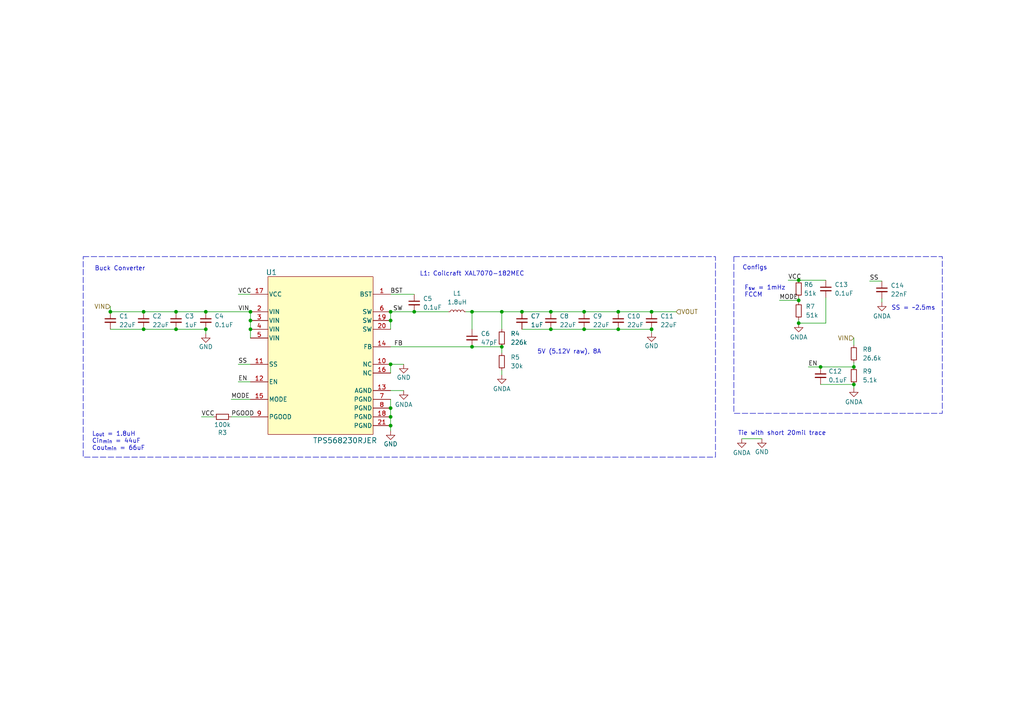
<source format=kicad_sch>
(kicad_sch (version 20230819) (generator eeschema)
  (paper "A4")
  (title_block (title "Power Board") (date "2023-11-27") (rev "V2.0") (company "MUREX Robotics [Max Liu]") (comment 1 "// INNOVATION IS OUR OBSESSION.") (comment 2 "// THINK DIFFERENT, THINK MUREX.") (comment 3 "module designed for ROV applications and other 12V/5V/3.3V DC systems.") (comment 4 "The MUREX Power Board is the world's smallest open-source dual output, high power"))
  (lib_symbols
    (symbol "Device:C_Small" (pin_numbers hide) (pin_names (offset 0.254) hide)
      (property "Reference" "C" (at 0.254 1.778 0))
      (property "Value" "C_Small" (at 0.254 -2.032 0))
      (symbol "C_Small_0_1"
        (polyline (pts (xy -1.524 -0.508) (xy 1.524 -0.508)) (stroke (width 0.3302)))
        (polyline (pts (xy -1.524 0.508) (xy 1.524 0.508)) (stroke (width 0.3048)))
      )
      (symbol "C_Small_1_1"
        (pin passive line (at 0 2.54 270) (length 2.032) (name "~") (number "1"))
        (pin passive line (at 0 -2.54 90) (length 2.032) (name "~") (number "2"))
      )
    )
    (symbol "Device:L_Small" (pin_numbers hide) (pin_names (offset 0.254) hide)
      (property "Reference" "L" (at 0.762 1.016 0))
      (property "Value" "L_Small" (at 0.762 -1.016 0))
      (symbol "L_Small_0_1"
        (arc (start 0 -2.032) (mid 0.5058 -1.524) (end 0 -1.016))
        (arc (start 0 -1.016) (mid 0.5058 -0.508) (end 0 0))
        (arc (start 0 0) (mid 0.5058 0.508) (end 0 1.016))
        (arc (start 0 1.016) (mid 0.5058 1.524) (end 0 2.032))
      )
      (symbol "L_Small_1_1"
        (pin passive line (at 0 2.54 270) (length 0.508) (name "~") (number "1"))
        (pin passive line (at 0 -2.54 90) (length 0.508) (name "~") (number "2"))
      )
    )
    (symbol "Device:R_Small" (pin_numbers hide) (pin_names (offset 0.254) hide)
      (property "Reference" "R" (at 0.762 0.508 0))
      (property "Value" "R_Small" (at 0.762 -1.016 0))
      (symbol "R_Small_0_1"
        (rectangle (start -0.762 1.778) (end 0.762 -1.778) (stroke (width 0.2032)))
      )
      (symbol "R_Small_1_1"
        (pin passive line (at 0 2.54 270) (length 0.762) (name "~") (number "1"))
        (pin passive line (at 0 -2.54 90) (length 0.762) (name "~") (number "2"))
      )
    )
    (symbol "power:GND" (power) (pin_names (offset 0))
      (property "Value" "GND" (at 0 -3.81 0))
      (symbol "GND_0_1"
        (polyline (pts (xy 0 0) (xy 0 -1.27) (xy 1.27 -1.27) (xy 0 -2.54) (xy -1.27 -1.27) (xy 0 -1.27)))
      )
      (symbol "GND_1_1"
        (pin power_in line (at 0 0 270) (length 0) hide (name "GND") (number "1"))
      )
    )
    (symbol "power:GNDA" (power) (pin_names (offset 0))
      (property "Value" "GNDA" (at 0 -3.81 0))
      (symbol "GNDA_0_1"
        (polyline (pts (xy 0 0) (xy 0 -1.27) (xy 1.27 -1.27) (xy 0 -2.54) (xy -1.27 -1.27) (xy 0 -1.27)))
      )
      (symbol "GNDA_1_1"
        (pin power_in line (at 0 0 270) (length 0) hide (name "GNDA") (number "1"))
      )
    )
    (symbol "tps568230:TPS568230RJER" (pin_names (offset 0.254))
      (property "Reference" "U" (at -14.732 24.13 0))
      (property "Value" "TPS568230RJER" (at 7.112 -24.892 0))
      (symbol "TPS568230RJER_0_1"
        (pin power_in line (at 20.32 17.78 180) (length 5.08) (name "BST") (number "1"))
        (pin unspecified line (at 20.32 -2.54 180) (length 5.08) (name "NC") (number "10"))
        (pin input line (at -20.32 -2.54 0) (length 5.08) (name "SS") (number "11"))
        (pin input line (at -20.32 -7.62 0) (length 5.08) (name "EN") (number "12"))
        (pin power_in line (at 20.32 -10.16 180) (length 5.08) (name "AGND") (number "13"))
        (pin input line (at 20.32 2.54 180) (length 5.08) (name "FB") (number "14"))
        (pin input line (at -20.32 -12.7 0) (length 5.08) (name "MODE") (number "15"))
        (pin unspecified line (at 20.32 -5.08 180) (length 5.08) (name "NC") (number "16"))
        (pin power_in line (at -20.32 17.78 0) (length 5.08) (name "VCC") (number "17"))
        (pin power_in line (at 20.32 -17.78 180) (length 5.08) (name "PGND") (number "18"))
        (pin power_in line (at 20.32 10.16 180) (length 5.08) (name "SW") (number "19"))
        (pin power_in line (at -20.32 12.7 0) (length 5.08) (name "VIN") (number "2"))
        (pin power_in line (at 20.32 7.62 180) (length 5.08) (name "SW") (number "20"))
        (pin power_in line (at 20.32 -20.32 180) (length 5.08) (name "PGND") (number "21"))
        (pin power_in line (at -20.32 10.16 0) (length 5.08) (name "VIN") (number "3"))
        (pin power_in line (at -20.32 7.62 0) (length 5.08) (name "VIN") (number "4"))
        (pin power_in line (at -20.32 5.08 0) (length 5.08) (name "VIN") (number "5"))
        (pin power_in line (at 20.32 12.7 180) (length 5.08) (name "SW") (number "6"))
        (pin power_in line (at 20.32 -12.7 180) (length 5.08) (name "PGND") (number "7"))
        (pin power_in line (at 20.32 -15.24 180) (length 5.08) (name "PGND") (number "8"))
        (pin open_collector line (at -20.32 -17.78 0) (length 5.08) (name "PGOOD") (number "9"))
      )
      (symbol "TPS568230RJER_1_1"
        (rectangle (start -15.24 22.86) (end 15.24 -22.86) (fill (type background)))
      )
    )
  )
  (junction (at 188.976 90.424))
  (junction (at 41.656 95.504))
  (junction (at 179.324 90.424))
  (junction (at 136.906 100.584))
  (junction (at 231.648 81.28))
  (junction (at 145.542 100.584))
  (junction (at 179.324 95.504))
  (junction (at 188.976 95.504))
  (junction (at 151.384 90.424))
  (junction (at 159.766 95.504))
  (junction (at 41.656 90.424))
  (junction (at 231.648 87.122))
  (junction (at 169.418 95.504))
  (junction (at 59.69 95.504))
  (junction (at 145.542 90.424))
  (junction (at 136.906 90.424))
  (junction (at 72.644 95.504))
  (junction (at 113.284 120.904))
  (junction (at 247.65 111.506))
  (junction (at 113.284 92.964))
  (junction (at 59.69 90.424))
  (junction (at 72.644 90.424))
  (junction (at 113.284 90.424))
  (junction (at 159.766 90.424))
  (junction (at 113.284 105.664))
  (junction (at 72.644 92.964))
  (junction (at 247.65 106.426))
  (junction (at 113.284 118.364))
  (junction (at 51.054 95.504))
  (junction (at 237.998 106.426))
  (junction (at 32.004 90.424))
  (junction (at 231.648 93.726))
  (junction (at 120.142 90.424))
  (junction (at 51.054 90.424))
  (junction (at 169.418 90.424))
  (junction (at 113.284 123.444))
  (wire (pts (xy 113.284 85.344) (xy 120.142 85.344)))
  (wire (pts (xy 113.284 90.424) (xy 120.142 90.424)))
  (wire (pts (xy 69.088 105.664) (xy 72.644 105.664)))
  (wire (pts (xy 247.65 105.156) (xy 247.65 106.426)))
  (wire (pts (xy 188.976 90.424) (xy 196.088 90.424)))
  (wire (pts (xy 237.998 106.426) (xy 247.65 106.426)))
  (wire (pts (xy 231.648 81.28) (xy 239.522 81.28)))
  (wire (pts (xy 113.284 92.964) (xy 113.284 95.504)))
  (wire (pts (xy 151.384 90.424) (xy 159.766 90.424)))
  (wire (pts (xy 113.284 123.444) (xy 113.284 124.968)))
  (wire (pts (xy 231.648 87.122) (xy 231.648 87.63)))
  (wire (pts (xy 72.644 95.504) (xy 72.644 98.044)))
  (wire (pts (xy 226.06 87.122) (xy 231.648 87.122)))
  (wire (pts (xy 145.542 90.424) (xy 151.384 90.424)))
  (wire (pts (xy 247.65 111.506) (xy 247.65 112.522)))
  (wire (pts (xy 113.284 118.364) (xy 113.284 120.904)))
  (wire (pts (xy 72.644 90.424) (xy 72.644 92.964)))
  (wire (pts (xy 231.648 86.36) (xy 231.648 87.122)))
  (wire (pts (xy 179.324 90.424) (xy 188.976 90.424)))
  (wire (pts (xy 59.69 90.424) (xy 72.644 90.424)))
  (wire (pts (xy 145.542 100.584) (xy 145.542 102.362)))
  (wire (pts (xy 255.778 86.614) (xy 255.778 87.63)))
  (wire (pts (xy 113.284 115.824) (xy 113.284 118.364)))
  (wire (pts (xy 69.088 110.744) (xy 72.644 110.744)))
  (wire (pts (xy 72.644 92.964) (xy 72.644 95.504)))
  (wire (pts (xy 41.656 90.424) (xy 51.054 90.424)))
  (wire (pts (xy 41.656 95.504) (xy 51.054 95.504)))
  (wire (pts (xy 67.056 120.904) (xy 72.644 120.904)))
  (wire (pts (xy 136.906 100.584) (xy 145.542 100.584)))
  (wire (pts (xy 228.6 81.28) (xy 231.648 81.28)))
  (wire (pts (xy 239.522 86.36) (xy 239.522 93.726)))
  (wire (pts (xy 135.128 90.424) (xy 136.906 90.424)))
  (wire (pts (xy 252.222 81.534) (xy 255.778 81.534)))
  (wire (pts (xy 113.284 100.584) (xy 136.906 100.584)))
  (wire (pts (xy 113.284 120.904) (xy 113.284 123.444)))
  (wire (pts (xy 234.442 106.426) (xy 237.998 106.426)))
  (wire (pts (xy 32.004 88.9) (xy 32.004 90.424)))
  (wire (pts (xy 145.542 90.424) (xy 145.542 95.504)))
  (wire (pts (xy 113.284 105.664) (xy 113.284 108.204)))
  (wire (pts (xy 169.418 95.504) (xy 179.324 95.504)))
  (wire (pts (xy 136.906 90.424) (xy 145.542 90.424)))
  (wire (pts (xy 247.65 98.044) (xy 247.65 100.076)))
  (wire (pts (xy 188.976 95.504) (xy 188.976 96.52)))
  (wire (pts (xy 169.418 90.424) (xy 179.324 90.424)))
  (wire (pts (xy 145.542 107.442) (xy 145.542 108.712)))
  (wire (pts (xy 51.054 90.424) (xy 59.69 90.424)))
  (wire (pts (xy 159.766 90.424) (xy 169.418 90.424)))
  (wire (pts (xy 215.138 127.254) (xy 220.98 127.254)))
  (wire (pts (xy 237.998 111.506) (xy 247.65 111.506)))
  (wire (pts (xy 59.69 95.504) (xy 59.69 96.774)))
  (wire (pts (xy 239.522 93.726) (xy 231.648 93.726)))
  (wire (pts (xy 113.284 105.664) (xy 117.094 105.664)))
  (wire (pts (xy 151.384 95.504) (xy 159.766 95.504)))
  (wire (pts (xy 32.004 95.504) (xy 41.656 95.504)))
  (wire (pts (xy 32.004 90.424) (xy 41.656 90.424)))
  (wire (pts (xy 231.648 92.71) (xy 231.648 93.726)))
  (wire (pts (xy 69.088 85.344) (xy 72.644 85.344)))
  (wire (pts (xy 179.324 95.504) (xy 188.976 95.504)))
  (wire (pts (xy 113.284 90.424) (xy 113.284 92.964)))
  (wire (pts (xy 51.054 95.504) (xy 59.69 95.504)))
  (wire (pts (xy 136.906 90.424) (xy 136.906 95.504)))
  (wire (pts (xy 159.766 95.504) (xy 169.418 95.504)))
  (wire (pts (xy 120.142 90.424) (xy 130.048 90.424)))
  (wire (pts (xy 67.056 115.824) (xy 72.644 115.824)))
  (wire (pts (xy 58.42 120.904) (xy 61.976 120.904)))
  (wire (pts (xy 113.284 113.284) (xy 117.094 113.284)))
  (rectangle (start 24.13 74.422) (end 207.518 132.588) (stroke (width 0) (type dash)))
  (rectangle (start 212.852 74.422) (end 273.304 119.888) (stroke (width 0) (type dash)))
  (text "Buck Converter" (at 34.798 77.978 0) (effects (font (size 1.27 1.27))))
  (text "SS = ~2.5ms" (at 264.922 89.408 0) (effects (font (size 1.27 1.27))))
  (text "Tie with short 20mil trace" (at 226.822 125.73 0) (effects (font (size 1.27 1.27))))
  (text "L_{out} = 1.8uH\nCin_{min} = 44uF\nCout_{min} = 66uF\n" (at 26.67 128.016 0) (effects (font (size 1.27 1.27)) (justify left)))
  (text "F_{sw} = 1mHz\nFCCM" (at 215.9 84.582 0) (effects (font (size 1.27 1.27)) (justify left)))
  (text "5V (5.12V raw), 8A\n" (at 165.1 102.108 0) (effects (font (size 1.27 1.27))))
  (text "Configs" (at 218.948 77.724 0) (effects (font (size 1.27 1.27))))
  (text "L1: Coilcraft XAL7070-182MEC" (at 136.906 79.502 0) (effects (font (size 1.27 1.27))))
  (label "VCC" (at 228.6 81.28 0))
  (label "EN" (at 69.088 110.744 0))
  (label "VCC" (at 58.42 120.904 0))
  (label "VIN" (at 69.088 90.424 0))
  (label "FB" (at 116.84 100.584 180))
  (label "PGOOD" (at 67.056 120.904 0))
  (label "SS" (at 69.088 105.664 0))
  (label "VCC" (at 69.088 85.344 0))
  (label "SW" (at 116.84 90.424 180))
  (label "EN" (at 234.442 106.426 0))
  (label "BST" (at 116.84 85.344 180))
  (label "MODE" (at 67.056 115.824 0))
  (label "SS" (at 252.222 81.534 0))
  (label "MODE" (at 226.06 87.122 0))
  (hierarchical_label "VOUT" (shape input) (at 196.088 90.424 0))
  (hierarchical_label "VIN" (shape input) (at 247.65 98.044 180))
  (hierarchical_label "VIN" (shape input) (at 32.004 88.9 180))
  (symbol (lib_id "power:GND") (at 188.976 96.52 0) (unit 1)
    (property "Reference" "#PWR012" (effects hide))
    (property "Value" "GND" (at 188.976 100.33 0))
    (property "Description" "Power symbol creates a global label with name \"GND\" , ground" (effects hide))
  )
  (symbol (lib_id "power:GND") (at 117.094 105.664 0) (unit 1)
    (property "Reference" "#PWR09" (effects hide))
    (property "Value" "GND" (at 117.094 109.474 0))
    (property "Description" "Power symbol creates a global label with name \"GND\" , ground" (effects hide))
  )
  (symbol (lib_id "Device:C_Small") (at 159.766 92.964 0) (unit 1)
    (property "Reference" "C8" (at 162.306 91.694 0) (effects (justify left)))
    (property "Value" "22uF" (at 162.306 94.234 0) (effects (justify left)))
    (property "Footprint" "Capacitor_SMD:C_0603_1608Metric" (effects hide))
    (property "Description" "Unpolarized capacitor, small symbol" (effects hide))
  )
  (symbol (lib_id "Device:C_Small") (at 169.418 92.964 0) (unit 1)
    (property "Reference" "C9" (at 171.958 91.694 0) (effects (justify left)))
    (property "Value" "22uF" (at 171.958 94.234 0) (effects (justify left)))
    (property "Footprint" "Capacitor_SMD:C_0603_1608Metric" (effects hide))
    (property "Description" "Unpolarized capacitor, small symbol" (effects hide))
  )
  (symbol (lib_id "power:GND") (at 59.69 96.774 0) (unit 1)
    (property "Reference" "#PWR07" (effects hide))
    (property "Value" "GND" (at 59.69 100.584 0))
    (property "Description" "Power symbol creates a global label with name \"GND\" , ground" (effects hide))
  )
  (symbol (lib_id "power:GNDA") (at 117.094 113.284 0) (unit 1)
    (property "Reference" "#PWR010" (effects hide))
    (property "Value" "GNDA" (at 117.094 117.348 0))
    (property "Description" "Power symbol creates a global label with name \"GNDA\" , analog ground" (effects hide))
  )
  (symbol (lib_id "Device:L_Small") (at 132.588 90.424 90) (unit 1)
    (property "Reference" "L1" (at 132.588 85.09 90))
    (property "Value" "1.8uH" (at 132.588 87.63 90))
    (property "Footprint" "Power:IND_XAL7070_COC-L" (effects hide))
    (property "Description" "Inductor, small symbol" (effects hide))
  )
  (symbol (lib_id "Device:C_Small") (at 51.054 92.964 0) (unit 1)
    (property "Reference" "C3" (at 53.594 91.694 0) (effects (justify left)))
    (property "Value" "1uF" (at 53.594 94.234 0) (effects (justify left)))
    (property "Footprint" "Capacitor_SMD:C_0603_1608Metric" (effects hide))
    (property "Description" "Unpolarized capacitor, small symbol" (effects hide))
  )
  (symbol (lib_id "Device:C_Small") (at 136.906 98.044 0) (unit 1)
    (property "Reference" "C6" (at 139.446 96.774 0) (effects (justify left)))
    (property "Value" "47pF" (at 139.446 99.314 0) (effects (justify left)))
    (property "Footprint" "Capacitor_SMD:C_0603_1608Metric" (effects hide))
    (property "Description" "Unpolarized capacitor, small symbol" (effects hide))
  )
  (symbol (lib_id "Device:C_Small") (at 59.69 92.964 0) (unit 1)
    (property "Reference" "C4" (at 62.23 91.694 0) (effects (justify left)))
    (property "Value" "0.1uF" (at 62.23 94.234 0) (effects (justify left)))
    (property "Footprint" "Capacitor_SMD:C_0603_1608Metric" (effects hide))
    (property "Description" "Unpolarized capacitor, small symbol" (effects hide))
  )
  (symbol (lib_id "Device:C_Small") (at 188.976 92.964 0) (unit 1)
    (property "Reference" "C11" (at 191.516 91.694 0) (effects (justify left)))
    (property "Value" "22uF" (at 191.516 94.234 0) (effects (justify left)))
    (property "Footprint" "Capacitor_SMD:C_0603_1608Metric" (effects hide))
    (property "Description" "Unpolarized capacitor, small symbol" (effects hide))
  )
  (symbol (lib_id "Device:R_Small") (at 231.648 83.82 0) (unit 1)
    (property "Reference" "R6" (at 233.172 82.55 0) (effects (justify left)))
    (property "Value" "51k" (at 233.172 85.09 0) (effects (justify left)))
    (property "Footprint" "Resistor_SMD:R_0603_1608Metric" (effects hide))
    (property "Description" "Resistor, small symbol" (effects hide))
  )
  (symbol (lib_id "Device:C_Small") (at 237.998 108.966 0) (unit 1)
    (property "Reference" "C12" (at 240.284 107.696 0) (effects (justify left)))
    (property "Value" "0.1uF" (at 240.284 110.236 0) (effects (justify left)))
    (property "Footprint" "Capacitor_SMD:C_0603_1608Metric" (effects hide))
    (property "Description" "Unpolarized capacitor, small symbol" (effects hide))
  )
  (symbol (lib_id "Device:R_Small") (at 247.65 102.616 0) (unit 1)
    (property "Reference" "R8" (at 250.19 101.346 0) (effects (justify left)))
    (property "Value" "26.6k" (at 250.19 103.886 0) (effects (justify left)))
    (property "Footprint" "Resistor_SMD:R_0603_1608Metric" (effects hide))
    (property "Description" "Resistor, small symbol" (effects hide))
  )
  (symbol (lib_id "Device:R_Small") (at 145.542 104.902 0) (unit 1)
    (property "Reference" "R5" (at 148.082 103.632 0) (effects (justify left)))
    (property "Value" "30k" (at 148.082 106.172 0) (effects (justify left)))
    (property "Footprint" "Resistor_SMD:R_0603_1608Metric" (effects hide))
    (property "Description" "Resistor, small symbol" (effects hide))
  )
  (symbol (lib_id "Device:R_Small") (at 145.542 98.044 0) (unit 1)
    (property "Reference" "R4" (at 148.082 96.774 0) (effects (justify left)))
    (property "Value" "226k" (at 148.082 99.314 0) (effects (justify left)))
    (property "Footprint" "Resistor_SMD:R_0603_1608Metric" (effects hide))
    (property "Description" "Resistor, small symbol" (effects hide))
  )
  (symbol (lib_id "power:GNDA") (at 247.65 112.522 0) (unit 1)
    (property "Reference" "#PWR016" (effects hide))
    (property "Value" "GNDA" (at 247.65 116.586 0))
    (property "Description" "Power symbol creates a global label with name \"GNDA\" , analog ground" (effects hide))
  )
  (symbol (lib_id "power:GNDA") (at 215.138 127.254 0) (unit 1)
    (property "Reference" "#PWR013" (effects hide))
    (property "Value" "GNDA" (at 215.138 131.318 0))
    (property "Description" "Power symbol creates a global label with name \"GNDA\" , analog ground" (effects hide))
  )
  (symbol (lib_id "power:GNDA") (at 255.778 87.63 0) (unit 1)
    (property "Reference" "#PWR017" (effects hide))
    (property "Value" "GNDA" (at 255.778 91.694 0))
    (property "Description" "Power symbol creates a global label with name \"GNDA\" , analog ground" (effects hide))
  )
  (symbol (lib_id "power:GND") (at 113.284 124.968 0) (unit 1)
    (property "Reference" "#PWR08" (effects hide))
    (property "Value" "GND" (at 113.284 128.778 0))
    (property "Description" "Power symbol creates a global label with name \"GND\" , ground" (effects hide))
  )
  (symbol (lib_id "Device:C_Small") (at 151.384 92.964 0) (unit 1)
    (property "Reference" "C7" (at 153.924 91.694 0) (effects (justify left)))
    (property "Value" "1uF" (at 153.924 94.234 0) (effects (justify left)))
    (property "Footprint" "Capacitor_SMD:C_0603_1608Metric" (effects hide))
    (property "Description" "Unpolarized capacitor, small symbol" (effects hide))
  )
  (symbol (lib_id "power:GND") (at 220.98 127.254 0) (unit 1)
    (property "Reference" "#PWR014" (effects hide))
    (property "Value" "GND" (at 220.98 131.064 0))
    (property "Description" "Power symbol creates a global label with name \"GND\" , ground" (effects hide))
  )
  (symbol (lib_id "Device:C_Small") (at 32.004 92.964 0) (unit 1)
    (property "Reference" "C1" (at 34.544 91.694 0) (effects (justify left)))
    (property "Value" "22uF" (at 34.544 94.234 0) (effects (justify left)))
    (property "Footprint" "Capacitor_SMD:C_0603_1608Metric" (effects hide))
    (property "Description" "Unpolarized capacitor, small symbol" (effects hide))
  )
  (symbol (lib_id "power:GNDA") (at 231.648 93.726 0) (unit 1)
    (property "Reference" "#PWR015" (effects hide))
    (property "Value" "GNDA" (at 231.648 97.79 0))
    (property "Description" "Power symbol creates a global label with name \"GNDA\" , analog ground" (effects hide))
  )
  (symbol (lib_id "power:GNDA") (at 145.542 108.712 0) (unit 1)
    (property "Reference" "#PWR011" (effects hide))
    (property "Value" "GNDA" (at 145.542 112.776 0))
    (property "Description" "Power symbol creates a global label with name \"GNDA\" , analog ground" (effects hide))
  )
  (symbol (lib_id "Device:C_Small") (at 255.778 84.074 0) (unit 1)
    (property "Reference" "C14" (at 258.318 82.804 0) (effects (justify left)))
    (property "Value" "22nF" (at 258.318 85.344 0) (effects (justify left)))
    (property "Footprint" "Capacitor_SMD:C_0603_1608Metric" (effects hide))
    (property "Description" "Unpolarized capacitor, small symbol" (effects hide))
  )
  (symbol (lib_id "Device:R_Small") (at 231.648 90.17 0) (unit 1)
    (property "Reference" "R7" (at 233.68 88.9 0) (effects (justify left)))
    (property "Value" "51k" (at 233.68 91.44 0) (effects (justify left)))
    (property "Footprint" "Resistor_SMD:R_0603_1608Metric" (effects hide))
    (property "Description" "Resistor, small symbol" (effects hide))
  )
  (symbol (lib_id "Device:C_Small") (at 120.142 87.884 0) (unit 1)
    (property "Reference" "C5" (at 122.682 86.614 0) (effects (justify left)))
    (property "Value" "0.1uF" (at 122.682 89.154 0) (effects (justify left)))
    (property "Footprint" "Capacitor_SMD:C_0603_1608Metric" (effects hide))
    (property "Description" "Unpolarized capacitor, small symbol" (effects hide))
  )
  (symbol (lib_id "Device:C_Small") (at 239.522 83.82 0) (unit 1)
    (property "Reference" "C13" (at 242.062 82.55 0) (effects (justify left)))
    (property "Value" "0.1uF" (at 242.062 85.09 0) (effects (justify left)))
    (property "Footprint" "Capacitor_SMD:C_0603_1608Metric" (effects hide))
    (property "Description" "Unpolarized capacitor, small symbol" (effects hide))
  )
  (symbol (lib_id "tps568230:TPS568230RJER") (at 92.964 103.124 0) (unit 1)
    (property "Reference" "U1" (at 78.74 78.994 0) (effects (font (size 1.524 1.524))))
    (property "Value" "TPS568230RJER" (at 100.076 127.762 0) (effects (font (size 1.524 1.524))))
    (property "Footprint" "Power:RJE0020A" (effects hide))
    (property "Datasheet" "TPS568230RJER" (effects hide))
  )
  (symbol (lib_id "Device:R_Small") (at 64.516 120.904 270) (unit 1)
    (property "Reference" "R3" (at 64.516 125.476 90))
    (property "Value" "100k" (at 64.516 123.19 90))
    (property "Footprint" "Resistor_SMD:R_0603_1608Metric" (effects hide))
    (property "Description" "Resistor, small symbol" (effects hide))
  )
  (symbol (lib_id "Device:C_Small") (at 41.656 92.964 0) (unit 1)
    (property "Reference" "C2" (at 44.196 91.694 0) (effects (justify left)))
    (property "Value" "22uF" (at 44.196 94.234 0) (effects (justify left)))
    (property "Footprint" "Capacitor_SMD:C_0603_1608Metric" (effects hide))
    (property "Description" "Unpolarized capacitor, small symbol" (effects hide))
  )
  (symbol (lib_id "Device:R_Small") (at 247.65 108.966 0) (unit 1)
    (property "Reference" "R9" (at 250.19 107.696 0) (effects (justify left)))
    (property "Value" "5.1k" (at 250.19 110.236 0) (effects (justify left)))
    (property "Footprint" "Resistor_SMD:R_0603_1608Metric" (effects hide))
    (property "Description" "Resistor, small symbol" (effects hide))
  )
  (symbol (lib_id "Device:C_Small") (at 179.324 92.964 0) (unit 1)
    (property "Reference" "C10" (at 181.864 91.694 0) (effects (justify left)))
    (property "Value" "22uF" (at 181.864 94.234 0) (effects (justify left)))
    (property "Footprint" "Capacitor_SMD:C_0603_1608Metric" (effects hide))
    (property "Description" "Unpolarized capacitor, small symbol" (effects hide))
  )
)
</source>
